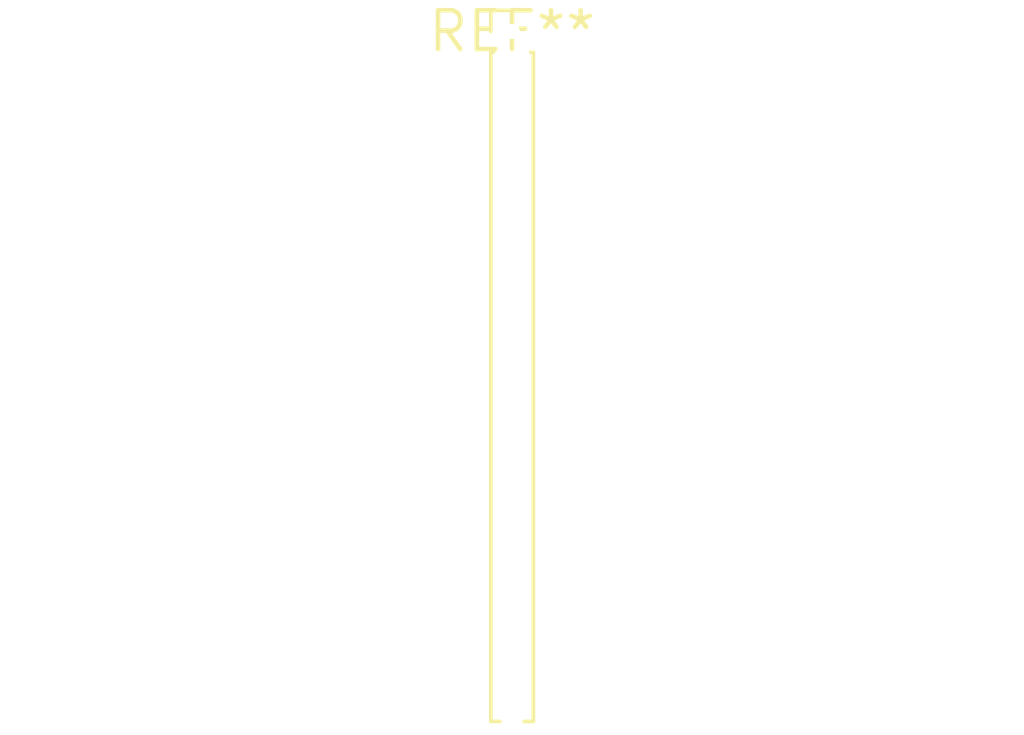
<source format=kicad_pcb>
(kicad_pcb (version 20240108) (generator pcbnew)
  (layers (0 "F.Cu" signal) (31 "B.Cu" signal) (34 "B.Paste" user) (35 "F.Paste" user) (36 "B.SilkS" user "B.Silkscreen") (37 "F.SilkS" user "F.Silkscreen") (38 "B.Mask" user) (39 "F.Mask" user) (44 "Edge.Cuts" user))
  (net 0 "")
  (footprint "PinHeader_1x23_P1.00mm_Vertical" (layer "F.Cu") (at 0 0)
    (property "Reference" "REF**")
    (property "Value" "PinHeader_1x23_P1.00mm_Vertical")
    (fp_line (start -0.695 -0.685) (end 0 -0.685) (layer "F.SilkS") (stroke (width 0.12)))
    (fp_line (start -0.695 0) (end -0.695 -0.685) (layer "F.SilkS") (stroke (width 0.12)))
    (fp_line (start -0.695 0.685) (end -0.695 22.56) (layer "F.SilkS") (stroke (width 0.12)))
    (fp_line (start -0.695 0.685) (end -0.608276 0.685) (layer "F.SilkS") (stroke (width 0.12)))
    (fp_line (start -0.695 22.56) (end -0.394493 22.56) (layer "F.SilkS") (stroke (width 0.12)))
    (fp_line (start 0.394493 22.56) (end 0.695 22.56) (layer "F.SilkS") (stroke (width 0.12)))
    (fp_line (start 0.608276 0.685) (end 0.695 0.685) (layer "F.SilkS") (stroke (width 0.12)))
    (fp_line (start 0.695 0.685) (end 0.695 22.56) (layer "F.SilkS") (stroke (width 0.12)))
    (pad "1" thru_hole rect (at 0 0) (size 0.85 0.85) (drill 0.5) (layers *.Cu *.Mask) (remove_unused_layers))
    (pad "2" thru_hole oval (at 0 1) (size 0.85 0.85) (drill 0.5) (layers *.Cu *.Mask) (remove_unused_layers))
    (pad "3" thru_hole oval (at 0 2) (size 0.85 0.85) (drill 0.5) (layers *.Cu *.Mask) (remove_unused_layers))
    (pad "4" thru_hole oval (at 0 3) (size 0.85 0.85) (drill 0.5) (layers *.Cu *.Mask) (remove_unused_layers))
    (pad "5" thru_hole oval (at 0 4) (size 0.85 0.85) (drill 0.5) (layers *.Cu *.Mask) (remove_unused_layers))
    (pad "6" thru_hole oval (at 0 5) (size 0.85 0.85) (drill 0.5) (layers *.Cu *.Mask) (remove_unused_layers))
    (pad "7" thru_hole oval (at 0 6) (size 0.85 0.85) (drill 0.5) (layers *.Cu *.Mask) (remove_unused_layers))
    (pad "8" thru_hole oval (at 0 7) (size 0.85 0.85) (drill 0.5) (layers *.Cu *.Mask) (remove_unused_layers))
    (pad "9" thru_hole oval (at 0 8) (size 0.85 0.85) (drill 0.5) (layers *.Cu *.Mask) (remove_unused_layers))
    (pad "10" thru_hole oval (at 0 9) (size 0.85 0.85) (drill 0.5) (layers *.Cu *.Mask) (remove_unused_layers))
    (pad "11" thru_hole oval (at 0 10) (size 0.85 0.85) (drill 0.5) (layers *.Cu *.Mask) (remove_unused_layers))
    (pad "12" thru_hole oval (at 0 11) (size 0.85 0.85) (drill 0.5) (layers *.Cu *.Mask) (remove_unused_layers))
    (pad "13" thru_hole oval (at 0 12) (size 0.85 0.85) (drill 0.5) (layers *.Cu *.Mask) (remove_unused_layers))
    (pad "14" thru_hole oval (at 0 13) (size 0.85 0.85) (drill 0.5) (layers *.Cu *.Mask) (remove_unused_layers))
    (pad "15" thru_hole oval (at 0 14) (size 0.85 0.85) (drill 0.5) (layers *.Cu *.Mask) (remove_unused_layers))
    (pad "16" thru_hole oval (at 0 15) (size 0.85 0.85) (drill 0.5) (layers *.Cu *.Mask) (remove_unused_layers))
    (pad "17" thru_hole oval (at 0 16) (size 0.85 0.85) (drill 0.5) (layers *.Cu *.Mask) (remove_unused_layers))
    (pad "18" thru_hole oval (at 0 17) (size 0.85 0.85) (drill 0.5) (layers *.Cu *.Mask) (remove_unused_layers))
    (pad "19" thru_hole oval (at 0 18) (size 0.85 0.85) (drill 0.5) (layers *.Cu *.Mask) (remove_unused_layers))
    (pad "20" thru_hole oval (at 0 19) (size 0.85 0.85) (drill 0.5) (layers *.Cu *.Mask) (remove_unused_layers))
    (pad "21" thru_hole oval (at 0 20) (size 0.85 0.85) (drill 0.5) (layers *.Cu *.Mask) (remove_unused_layers))
    (pad "22" thru_hole oval (at 0 21) (size 0.85 0.85) (drill 0.5) (layers *.Cu *.Mask) (remove_unused_layers))
    (pad "23" thru_hole oval (at 0 22) (size 0.85 0.85) (drill 0.5) (layers *.Cu *.Mask) (remove_unused_layers))
  )
)
</source>
